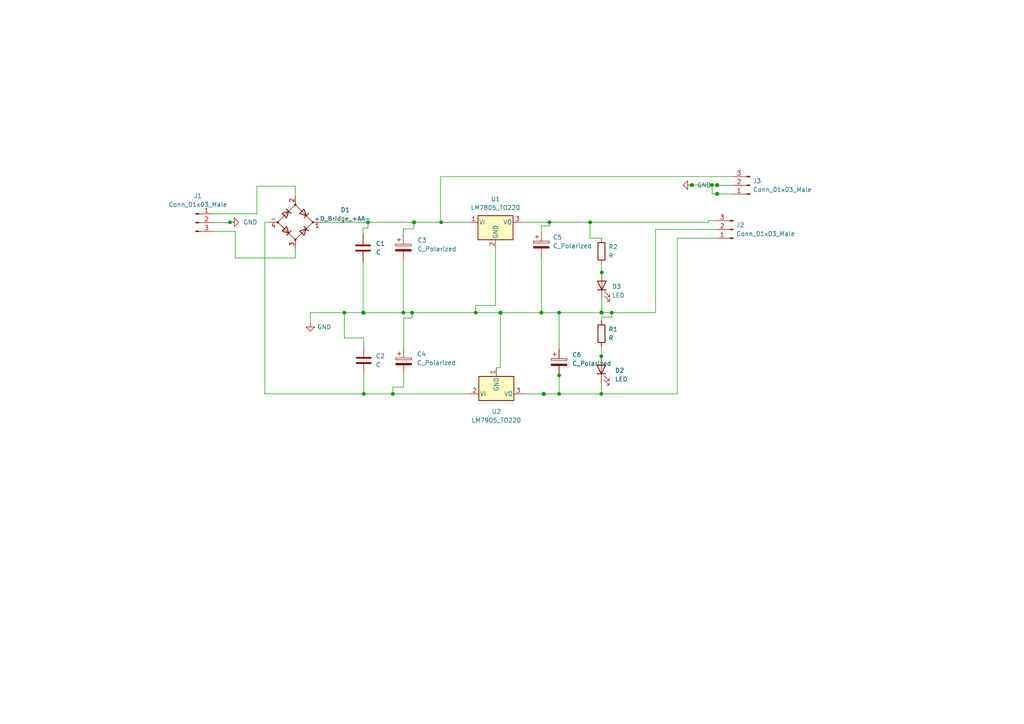
<source format=kicad_sch>
(kicad_sch (version 20211123) (generator eeschema)
  (paper "A4")
  (lib_symbols
    (symbol "Connector:Conn_01x03_Male" (pin_names (offset 1.016) hide)
      (property "Reference" "J" (at 0 5.08 0))
      (property "Value" "Conn_01x03_Male" (at 0 -5.08 0))
      (symbol "Conn_01x03_Male_1_1"
        (polyline (pts (xy 1.27 -2.54) (xy 0.8636 -2.54)) (stroke (width 0.1524)))
        (polyline (pts (xy 1.27 0) (xy 0.8636 0)) (stroke (width 0.1524)))
        (polyline (pts (xy 1.27 2.54) (xy 0.8636 2.54)) (stroke (width 0.1524)))
        (rectangle (start 0.8636 -2.413) (end 0 -2.667) (stroke (width 0.1524)) (fill (type outline)))
        (rectangle (start 0.8636 0.127) (end 0 -0.127) (stroke (width 0.1524)) (fill (type outline)))
        (rectangle (start 0.8636 2.667) (end 0 2.413) (stroke (width 0.1524)) (fill (type outline)))
        (pin passive line (at 5.08 2.54 180) (length 3.81) (name "Pin_1") (number "1"))
        (pin passive line (at 5.08 0 180) (length 3.81) (name "Pin_2") (number "2"))
        (pin passive line (at 5.08 -2.54 180) (length 3.81) (name "Pin_3") (number "3"))
      )
    )
    (symbol "Device:C" (pin_numbers hide) (pin_names (offset 0.254))
      (property "Reference" "C" (at 0.635 2.54 0))
      (property "Value" "C" (at 0.635 -2.54 0))
      (symbol "C_0_1"
        (polyline (pts (xy -2.032 -0.762) (xy 2.032 -0.762)) (stroke (width 0.508)))
        (polyline (pts (xy -2.032 0.762) (xy 2.032 0.762)) (stroke (width 0.508)))
      )
      (symbol "C_1_1"
        (pin passive line (at 0 3.81 270) (length 2.794) (name "~") (number "1"))
        (pin passive line (at 0 -3.81 90) (length 2.794) (name "~") (number "2"))
      )
    )
    (symbol "Device:C_Polarized" (pin_numbers hide) (pin_names (offset 0.254))
      (property "Reference" "C" (at 0.635 2.54 0))
      (property "Value" "C_Polarized" (at 0.635 -2.54 0))
      (symbol "C_Polarized_0_1"
        (rectangle (start -2.286 0.508) (end 2.286 1.016))
        (polyline (pts (xy -1.778 2.286) (xy -0.762 2.286)))
        (polyline (pts (xy -1.27 2.794) (xy -1.27 1.778)))
        (rectangle (start 2.286 -0.508) (end -2.286 -1.016) (fill (type outline)))
      )
      (symbol "C_Polarized_1_1"
        (pin passive line (at 0 3.81 270) (length 2.794) (name "~") (number "1"))
        (pin passive line (at 0 -3.81 90) (length 2.794) (name "~") (number "2"))
      )
    )
    (symbol "Device:D_Bridge_+AA-" (pin_names (offset 0))
      (property "Reference" "D" (at 2.54 6.985 0))
      (property "Value" "D_Bridge_+AA-" (at 2.54 5.08 0))
      (symbol "D_Bridge_+AA-_0_1"
        (circle (center -5.08 0) (radius 0.254) (fill (type outline)))
        (circle (center 0 -5.08) (radius 0.254) (fill (type outline)))
        (polyline (pts (xy -2.54 3.81) (xy -1.27 2.54)) (stroke (width 0.254)))
        (polyline (pts (xy -1.27 -2.54) (xy -2.54 -3.81)) (stroke (width 0.254)))
        (polyline (pts (xy 2.54 -1.27) (xy 3.81 -2.54)) (stroke (width 0.254)))
        (polyline (pts (xy 2.54 1.27) (xy 3.81 2.54)) (stroke (width 0.254)))
        (polyline (pts (xy -3.81 2.54) (xy -2.54 1.27) (xy -1.905 3.175) (xy -3.81 2.54)) (stroke (width 0.254)))
        (polyline (pts (xy -2.54 -1.27) (xy -3.81 -2.54) (xy -1.905 -3.175) (xy -2.54 -1.27)) (stroke (width 0.254)))
        (polyline (pts (xy 1.27 2.54) (xy 2.54 3.81) (xy 3.175 1.905) (xy 1.27 2.54)) (stroke (width 0.254)))
        (polyline (pts (xy 3.175 -1.905) (xy 1.27 -2.54) (xy 2.54 -3.81) (xy 3.175 -1.905)) (stroke (width 0.254)))
        (polyline (pts (xy -5.08 0) (xy 0 -5.08) (xy 5.08 0) (xy 0 5.08) (xy -5.08 0)))
        (circle (center 0 5.08) (radius 0.254) (fill (type outline)))
        (circle (center 5.08 0) (radius 0.254) (fill (type outline)))
      )
      (symbol "D_Bridge_+AA-_1_1"
        (pin passive line (at 7.62 0 180) (length 2.54) (name "+") (number "1"))
        (pin passive line (at 0 7.62 270) (length 2.54) (name "~") (number "2"))
        (pin passive line (at 0 -7.62 90) (length 2.54) (name "~") (number "3"))
        (pin passive line (at -7.62 0 0) (length 2.54) (name "-") (number "4"))
      )
    )
    (symbol "Device:LED" (pin_numbers hide) (pin_names (offset 1.016) hide)
      (property "Reference" "D" (at 0 2.54 0))
      (property "Value" "LED" (at 0 -2.54 0))
      (symbol "LED_0_1"
        (polyline (pts (xy -1.27 -1.27) (xy -1.27 1.27)) (stroke (width 0.254)))
        (polyline (pts (xy -1.27 0) (xy 1.27 0)))
        (polyline (pts (xy 1.27 -1.27) (xy 1.27 1.27) (xy -1.27 0) (xy 1.27 -1.27)) (stroke (width 0.254)))
        (polyline (pts (xy -3.048 -0.762) (xy -4.572 -2.286) (xy -3.81 -2.286) (xy -4.572 -2.286) (xy -4.572 -1.524)))
        (polyline (pts (xy -1.778 -0.762) (xy -3.302 -2.286) (xy -2.54 -2.286) (xy -3.302 -2.286) (xy -3.302 -1.524)))
      )
      (symbol "LED_1_1"
        (pin passive line (at -3.81 0 0) (length 2.54) (name "K") (number "1"))
        (pin passive line (at 3.81 0 180) (length 2.54) (name "A") (number "2"))
      )
    )
    (symbol "Device:R" (pin_numbers hide) (pin_names (offset 0))
      (property "Reference" "R" (at 2.032 0 90))
      (property "Value" "R" (at 0 0 90))
      (symbol "R_0_1"
        (rectangle (start -1.016 -2.54) (end 1.016 2.54) (stroke (width 0.254)))
      )
      (symbol "R_1_1"
        (pin passive line (at 0 3.81 270) (length 1.27) (name "~") (number "1"))
        (pin passive line (at 0 -3.81 90) (length 1.27) (name "~") (number "2"))
      )
    )
    (symbol "Regulator_Linear:LM7805_TO220" (pin_names (offset 0.254))
      (property "Reference" "U" (at -3.81 3.175 0))
      (property "Value" "LM7805_TO220" (at 0 3.175 0))
      (symbol "LM7805_TO220_0_1"
        (rectangle (start -5.08 1.905) (end 5.08 -5.08) (stroke (width 0.254)) (fill (type background)))
      )
      (symbol "LM7805_TO220_1_1"
        (pin power_in line (at -7.62 0 0) (length 2.54) (name "VI") (number "1"))
        (pin power_in line (at 0 -7.62 90) (length 2.54) (name "GND") (number "2"))
        (pin power_out line (at 7.62 0 180) (length 2.54) (name "VO") (number "3"))
      )
    )
    (symbol "Regulator_Linear:LM7905_TO220" (pin_names (offset 0.254))
      (property "Reference" "U" (at -3.81 -3.175 0))
      (property "Value" "LM7905_TO220" (at 0 -3.175 0))
      (symbol "LM7905_TO220_0_1"
        (rectangle (start -5.08 5.08) (end 5.08 -1.905) (stroke (width 0.254)) (fill (type background)))
      )
      (symbol "LM7905_TO220_1_1"
        (pin power_in line (at 0 7.62 270) (length 2.54) (name "GND") (number "1"))
        (pin power_in line (at -7.62 0 0) (length 2.54) (name "VI") (number "2"))
        (pin power_out line (at 7.62 0 180) (length 2.54) (name "VO") (number "3"))
      )
    )
    (symbol "power:GND" (power) (pin_names (offset 0))
      (property "Value" "GND" (at 0 -3.81 0))
      (symbol "GND_0_1"
        (polyline (pts (xy 0 0) (xy 0 -1.27) (xy 1.27 -1.27) (xy 0 -2.54) (xy -1.27 -1.27) (xy 0 -1.27)))
      )
      (symbol "GND_1_1"
        (pin power_in line (at 0 0 270) (length 0) hide (name "GND") (number "1"))
      )
    )
  )
  (junction (at 157.6832 114.3))
  (junction (at 157.7848 114.3))
  (junction (at 120.0912 64.516))
  (junction (at 119.5324 90.678))
  (junction (at 145.1356 90.678))
  (junction (at 200.66 53.6956))
  (junction (at 207.9752 53.6448))
  (junction (at 137.9728 90.678))
  (junction (at 99.8728 90.678))
  (junction (at 105.5116 114.2492))
  (junction (at 162.1536 108.8644))
  (junction (at 207.9752 56.1848))
  (junction (at 206.502 53.6448))
  (junction (at 162.1536 90.678))
  (junction (at 105.41 90.7288))
  (junction (at 145.1864 90.678))
  (junction (at 66.7004 64.4652))
  (junction (at 207.9752 56.2864))
  (junction (at 200.7108 53.6956))
  (junction (at 174.3964 103.3272))
  (junction (at 106.7308 64.4652))
  (junction (at 157.0228 90.678))
  (junction (at 171.1452 64.4652))
  (junction (at 105.3084 90.678))
  (junction (at 174.4472 90.6272))
  (junction (at 120.0912 64.4652))
  (junction (at 174.5488 90.678))
  (junction (at 113.9444 114.2492))
  (junction (at 174.5488 78.994))
  (junction (at 200.66 53.6448))
  (junction (at 116.9924 90.678))
  (junction (at 174.3964 114.2492))
  (junction (at 159.3596 64.4652))
  (junction (at 120.0404 64.4652))
  (junction (at 174.3964 90.6272))
  (junction (at 127.9652 64.4652))
  (junction (at 105.5116 90.7288))
  (junction (at 207.9752 53.7464))
  (junction (at 162.1536 114.2492))
  (junction (at 157.6832 114.1984))
  (junction (at 177.4444 90.678))
  (junction (at 145.1864 90.7796))
  (wire (pts (xy 207.9752 53.6448) (xy 206.502 53.6448)))
  (wire (pts (xy 120.0404 64.4652) (xy 120.0912 64.4652)))
  (wire (pts (xy 196.4436 69.088) (xy 207.5688 69.088)))
  (wire (pts (xy 157.0228 67.1576) (xy 157.0228 65.532)))
  (wire (pts (xy 105.3084 75.7428) (xy 105.3084 90.678)))
  (wire (pts (xy 99.8728 98.044) (xy 99.8728 90.678)))
  (wire (pts (xy 174.3964 114.2492) (xy 196.4436 114.2492)))
  (wire (pts (xy 162.1536 114.2492) (xy 174.3964 114.2492)))
  (wire (pts (xy 171.1452 64.4652) (xy 205.486 64.4652)))
  (wire (pts (xy 145.1356 106.6292) (xy 145.1356 90.678)))
  (wire (pts (xy 190.1444 66.548) (xy 190.1444 90.678)))
  (wire (pts (xy 159.3596 65.532) (xy 159.3596 64.4652)))
  (wire (pts (xy 137.9728 90.678) (xy 145.1356 90.678)))
  (wire (pts (xy 78.0288 64.4652) (xy 76.8096 64.4652)))
  (wire (pts (xy 85.6488 54.0004) (xy 85.6488 56.8452)))
  (wire (pts (xy 174.5488 86.614) (xy 174.5488 90.678)))
  (wire (pts (xy 159.3596 64.4652) (xy 171.1452 64.4652)))
  (wire (pts (xy 174.5488 90.678) (xy 177.4444 90.678)))
  (wire (pts (xy 105.5116 100.7364) (xy 105.5116 98.044)))
  (wire (pts (xy 85.6488 72.0852) (xy 85.6488 74.8284)))
  (wire (pts (xy 162.1536 108.8644) (xy 162.1536 114.2492)))
  (wire (pts (xy 74.5236 62.0268) (xy 74.5236 54.0004)))
  (wire (pts (xy 196.4436 114.2492) (xy 196.4436 69.088)))
  (wire (pts (xy 105.5116 114.2492) (xy 113.9444 114.2492)))
  (wire (pts (xy 174.4472 100.584) (xy 174.4472 103.3272)))
  (wire (pts (xy 117.094 112.268) (xy 113.9444 112.268)))
  (wire (pts (xy 68.2244 67.1068) (xy 61.8236 67.1068)))
  (wire (pts (xy 143.7132 88.5952) (xy 137.9728 88.5952)))
  (wire (pts (xy 174.4472 90.6272) (xy 174.3964 90.6272)))
  (wire (pts (xy 174.4472 91.9988) (xy 177.4444 91.9988)))
  (wire (pts (xy 85.6488 74.8284) (xy 68.2244 74.8284)))
  (wire (pts (xy 106.7308 64.4652) (xy 120.0404 64.4652)))
  (wire (pts (xy 212.4456 51.2064) (xy 127.762 51.2064)))
  (wire (pts (xy 116.9924 75.6412) (xy 116.9924 90.678)))
  (wire (pts (xy 157.0228 90.678) (xy 162.1536 90.678)))
  (wire (pts (xy 151.3332 64.4652) (xy 159.3596 64.4652)))
  (wire (pts (xy 74.5236 54.0004) (xy 85.6488 54.0004)))
  (wire (pts (xy 117.094 92.202) (xy 119.5324 92.202)))
  (wire (pts (xy 174.4472 103.3272) (xy 174.3964 103.3272)))
  (wire (pts (xy 177.4444 91.9988) (xy 177.4444 90.678)))
  (wire (pts (xy 212.4456 53.7464) (xy 207.9752 53.7464)))
  (wire (pts (xy 171.1452 69.088) (xy 171.1452 64.4652)))
  (wire (pts (xy 174.4472 78.994) (xy 174.5488 78.994)))
  (wire (pts (xy 162.1536 108.8136) (xy 162.1536 108.8644)))
  (wire (pts (xy 207.9752 56.2864) (xy 207.9752 56.1848)))
  (wire (pts (xy 206.5528 56.1848) (xy 206.5528 53.6956)))
  (wire (pts (xy 61.8236 64.5668) (xy 66.7004 64.5668)))
  (wire (pts (xy 174.4472 69.088) (xy 171.1452 69.088)))
  (wire (pts (xy 105.3084 90.678) (xy 116.9924 90.678)))
  (wire (pts (xy 66.7004 64.5668) (xy 66.7004 64.4652)))
  (wire (pts (xy 200.66 53.6956) (xy 200.7108 53.6956)))
  (wire (pts (xy 119.5324 92.202) (xy 119.5324 90.678)))
  (wire (pts (xy 162.1536 90.678) (xy 174.5488 90.678)))
  (wire (pts (xy 93.2688 64.4652) (xy 106.7308 64.4652)))
  (wire (pts (xy 145.1864 90.678) (xy 157.0228 90.678)))
  (wire (pts (xy 106.7308 66.1416) (xy 106.7308 64.4652)))
  (wire (pts (xy 127.9652 64.4652) (xy 136.0932 64.4652)))
  (wire (pts (xy 207.9752 53.7464) (xy 207.9752 53.6448)))
  (wire (pts (xy 116.9924 68.0212) (xy 116.9924 66.3956)))
  (wire (pts (xy 206.502 53.6448) (xy 200.66 53.6448)))
  (wire (pts (xy 117.094 108.6612) (xy 117.094 112.268)))
  (wire (pts (xy 105.3084 66.1416) (xy 106.7308 66.1416)))
  (wire (pts (xy 157.6832 114.3) (xy 157.7848 114.3)))
  (wire (pts (xy 99.8728 90.678) (xy 90.0176 90.678)))
  (wire (pts (xy 145.1356 90.678) (xy 145.1864 90.678)))
  (wire (pts (xy 127.762 51.2064) (xy 127.762 64.5668)))
  (wire (pts (xy 105.5116 98.044) (xy 99.8728 98.044)))
  (wire (pts (xy 127.762 64.5668) (xy 127.9652 64.5668)))
  (wire (pts (xy 212.4456 56.2864) (xy 207.9752 56.2864)))
  (wire (pts (xy 61.8236 62.0268) (xy 74.5236 62.0268)))
  (wire (pts (xy 119.5324 90.678) (xy 137.9728 90.678)))
  (wire (pts (xy 116.9924 66.3956) (xy 120.0404 66.3956)))
  (wire (pts (xy 76.8096 64.4652) (xy 76.8096 114.2492)))
  (wire (pts (xy 200.66 53.6448) (xy 200.66 53.6956)))
  (wire (pts (xy 105.5116 90.7288) (xy 105.41 90.7288)))
  (wire (pts (xy 120.0912 64.4652) (xy 120.0912 64.516)))
  (wire (pts (xy 151.5872 114.2492) (xy 162.1536 114.2492)))
  (wire (pts (xy 177.4444 90.678) (xy 190.1444 90.678)))
  (wire (pts (xy 205.486 64.008) (xy 207.5688 64.008)))
  (wire (pts (xy 145.1864 90.678) (xy 145.1864 90.7796)))
  (wire (pts (xy 205.486 64.4652) (xy 205.486 64.008)))
  (wire (pts (xy 90.0176 90.678) (xy 90.0176 93.5736)))
  (wire (pts (xy 120.0912 64.4652) (xy 127.9652 64.4652)))
  (wire (pts (xy 105.3084 90.678) (xy 99.8728 90.678)))
  (wire (pts (xy 207.9752 56.1848) (xy 206.5528 56.1848)))
  (wire (pts (xy 157.0228 65.532) (xy 159.3596 65.532)))
  (wire (pts (xy 113.9444 114.2492) (xy 136.3472 114.2492)))
  (wire (pts (xy 174.4472 92.964) (xy 174.4472 91.9988)))
  (wire (pts (xy 162.1536 101.2444) (xy 162.1536 90.678)))
  (wire (pts (xy 157.6832 114.1984) (xy 157.8356 114.1984)))
  (wire (pts (xy 113.9444 112.268) (xy 113.9444 114.2492)))
  (wire (pts (xy 157.0228 74.7776) (xy 157.0228 90.678)))
  (wire (pts (xy 117.094 101.0412) (xy 117.094 92.202)))
  (wire (pts (xy 174.3964 110.9472) (xy 174.3964 114.2492)))
  (wire (pts (xy 127.9652 64.5668) (xy 127.9652 64.4652)))
  (wire (pts (xy 143.7132 72.0852) (xy 143.7132 88.5952)))
  (wire (pts (xy 120.0404 66.3956) (xy 120.0404 64.4652)))
  (wire (pts (xy 157.6832 114.1984) (xy 157.6832 114.3)))
  (wire (pts (xy 68.2244 74.8284) (xy 68.2244 67.1068)))
  (wire (pts (xy 207.5688 66.548) (xy 190.1444 66.548)))
  (wire (pts (xy 143.9672 106.6292) (xy 145.1356 106.6292)))
  (wire (pts (xy 137.9728 88.5952) (xy 137.9728 90.678)))
  (wire (pts (xy 105.5116 108.3564) (xy 105.5116 114.2492)))
  (wire (pts (xy 76.8096 114.2492) (xy 105.5116 114.2492)))
  (wire (pts (xy 174.4472 76.708) (xy 174.4472 78.994)))
  (wire (pts (xy 116.9924 90.678) (xy 119.5324 90.678)))
  (wire (pts (xy 105.3084 68.1228) (xy 105.3084 66.1416)))
  (symbol (lib_id "Device:C_Polarized") (at 116.9924 71.8312 0) (unit 1)
    (property "Reference" "C3" (at 121.0564 69.6721 0) (effects (justify left)))
    (property "Value" "C_Polarized" (at 121.0564 72.2121 0) (effects (justify left)))
    (property "Footprint" "Capacitor_THT:CP_Radial_D10.0mm_P5.00mm" (effects hide))
  )
  (symbol (lib_id "Device:C_Polarized") (at 162.1536 105.0544 0) (unit 1)
    (property "Reference" "C6" (at 165.9636 102.8953 0) (effects (justify left)))
    (property "Value" "C_Polarized" (at 165.9636 105.4353 0) (effects (justify left)))
    (property "Footprint" "Capacitor_THT:CP_Radial_D10.0mm_P5.00mm" (effects hide))
  )
  (symbol (lib_id "Connector:Conn_01x03_Male") (at 212.6488 66.548 180) (unit 1)
    (property "Reference" "J2" (at 213.5124 65.2779 0) (effects (justify right)))
    (property "Value" "Conn_01x03_Male" (at 213.5124 67.8179 0) (effects (justify right)))
    (property "Footprint" "Connector_Phoenix_MC_HighVoltage:PhoenixContact_MCV_1,5_3-G-5.08_1x03_P5.08mm_Vertical" (effects hide))
  )
  (symbol (lib_id "power:GND") (at 90.0176 93.5736 0) (unit 1)
    (property "Reference" "#PWR02" (effects hide))
    (property "Value" "GND" (at 91.9988 94.8435 0) (effects (justify left)))
  )
  (symbol (lib_id "Device:LED") (at 174.3964 107.1372 90) (unit 1)
    (property "Reference" "D2" (at 178.3588 107.4546 90) (effects (justify right)))
    (property "Value" "LED" (at 178.3588 109.9946 90) (effects (justify right)))
    (property "Footprint" "LED_THT:LED_D3.0mm_FlatTop" (effects hide))
  )
  (symbol (lib_id "power:GND") (at 200.7108 53.6956 270) (unit 1)
    (property "Reference" "#PWR03" (effects hide))
    (property "Value" "GND" (at 202.184 53.6955 90) (effects (justify left)))
  )
  (symbol (lib_id "Device:C_Polarized") (at 157.0228 70.9676 0) (unit 1)
    (property "Reference" "C5" (at 160.3248 68.8085 0) (effects (justify left)))
    (property "Value" "C_Polarized" (at 160.3248 71.3485 0) (effects (justify left)))
    (property "Footprint" "Capacitor_THT:CP_Radial_D10.0mm_P5.00mm" (effects hide))
  )
  (symbol (lib_id "Connector:Conn_01x03_Male") (at 56.7436 64.5668 0) (unit 1)
    (property "Reference" "J1" (at 57.3786 56.7944 0))
    (property "Value" "Conn_01x03_Male" (at 57.3786 59.3344 0))
    (property "Footprint" "Connector_Phoenix_MC_HighVoltage:PhoenixContact_MCV_1,5_3-G-5.08_1x03_P5.08mm_Vertical" (effects hide))
  )
  (symbol (lib_id "Device:C") (at 105.3084 71.9328 0) (unit 1)
    (property "Reference" "C1" (at 109.0168 70.6627 0) (effects (justify left)))
    (property "Value" "C" (at 109.0168 73.2027 0) (effects (justify left)))
    (property "Footprint" "Capacitor_THT:CP_Radial_D10.0mm_P3.50mm" (effects hide))
  )
  (symbol (lib_id "Device:C_Polarized") (at 117.094 104.8512 0) (unit 1)
    (property "Reference" "C4" (at 120.904 102.6921 0) (effects (justify left)))
    (property "Value" "C_Polarized" (at 120.904 105.2321 0) (effects (justify left)))
    (property "Footprint" "Capacitor_THT:CP_Radial_D10.0mm_P5.00mm" (effects hide))
  )
  (symbol (lib_id "Connector:Conn_01x03_Male") (at 217.5256 53.7464 180) (unit 1)
    (property "Reference" "J3" (at 218.3892 52.4763 0) (effects (justify right)))
    (property "Value" "Conn_01x03_Male" (at 218.3892 55.0163 0) (effects (justify right)))
    (property "Footprint" "Connector_Phoenix_MC_HighVoltage:PhoenixContact_MCV_1,5_3-G-5.08_1x03_P5.08mm_Vertical" (effects hide))
  )
  (symbol (lib_id "Device:R") (at 174.4472 96.774 0) (unit 1)
    (property "Reference" "R1" (at 176.4792 95.5039 0) (effects (justify left)))
    (property "Value" "R" (at 176.4792 98.0439 0) (effects (justify left)))
    (property "Footprint" "Resistor_THT:R_Axial_DIN0309_L9.0mm_D3.2mm_P12.70mm_Horizontal" (effects hide))
  )
  (symbol (lib_id "power:GND") (at 66.7004 64.4652 90) (unit 1)
    (property "Reference" "#PWR01" (effects hide))
    (property "Value" "GND" (at 70.5612 64.4651 90) (effects (justify right)))
  )
  (symbol (lib_id "Regulator_Linear:LM7905_TO220") (at 143.9672 114.2492 0) (unit 1)
    (property "Reference" "U2" (at 143.9672 119.38 0))
    (property "Value" "LM7905_TO220" (at 143.9672 121.92 0))
    (property "Footprint" "Package_TO_SOT_THT:TO-220-3_Vertical" (effects hide))
    (property "Datasheet" "https://www.onsemi.com/pub/Collateral/MC7900-D.PDF" (effects hide))
  )
  (symbol (lib_id "Device:D_Bridge_+AA-") (at 85.6488 64.4652 0) (unit 1)
    (property "Reference" "D1" (at 100.1268 60.8838 0))
    (property "Value" "D_Bridge_+AA-" (at 100.1268 63.4238 0))
    (property "Footprint" "Diode_THT:Diode_Bridge_19.0x3.5x10.0mm_P5.0mm" (effects hide))
  )
  (symbol (lib_id "Device:R") (at 174.4472 72.898 0) (unit 1)
    (property "Reference" "R2" (at 176.4792 71.6279 0) (effects (justify left)))
    (property "Value" "R" (at 176.4792 74.1679 0) (effects (justify left)))
    (property "Footprint" "Resistor_THT:R_Axial_DIN0309_L9.0mm_D3.2mm_P12.70mm_Horizontal" (effects hide))
  )
  (symbol (lib_id "Device:C") (at 105.5116 104.5464 0) (unit 1)
    (property "Reference" "C2" (at 108.966 103.2763 0) (effects (justify left)))
    (property "Value" "C" (at 108.966 105.8163 0) (effects (justify left)))
    (property "Footprint" "Capacitor_THT:CP_Radial_D10.0mm_P3.50mm" (effects hide))
  )
  (symbol (lib_id "Regulator_Linear:LM7805_TO220") (at 143.7132 64.4652 0) (unit 1)
    (property "Reference" "U1" (at 143.7132 57.7088 0))
    (property "Value" "LM7805_TO220" (at 143.7132 60.2488 0))
    (property "Footprint" "Package_TO_SOT_THT:TO-220-3_Vertical" (effects hide))
    (property "Datasheet" "https://www.onsemi.cn/PowerSolutions/document/MC7800-D.PDF" (effects hide))
  )
  (symbol (lib_id "Device:LED") (at 174.5488 82.804 90) (unit 1)
    (property "Reference" "D3" (at 177.4952 83.1214 90) (effects (justify right)))
    (property "Value" "LED" (at 177.4952 85.6614 90) (effects (justify right)))
    (property "Footprint" "LED_THT:LED_D3.0mm_FlatTop" (effects hide))
  )
)
</source>
